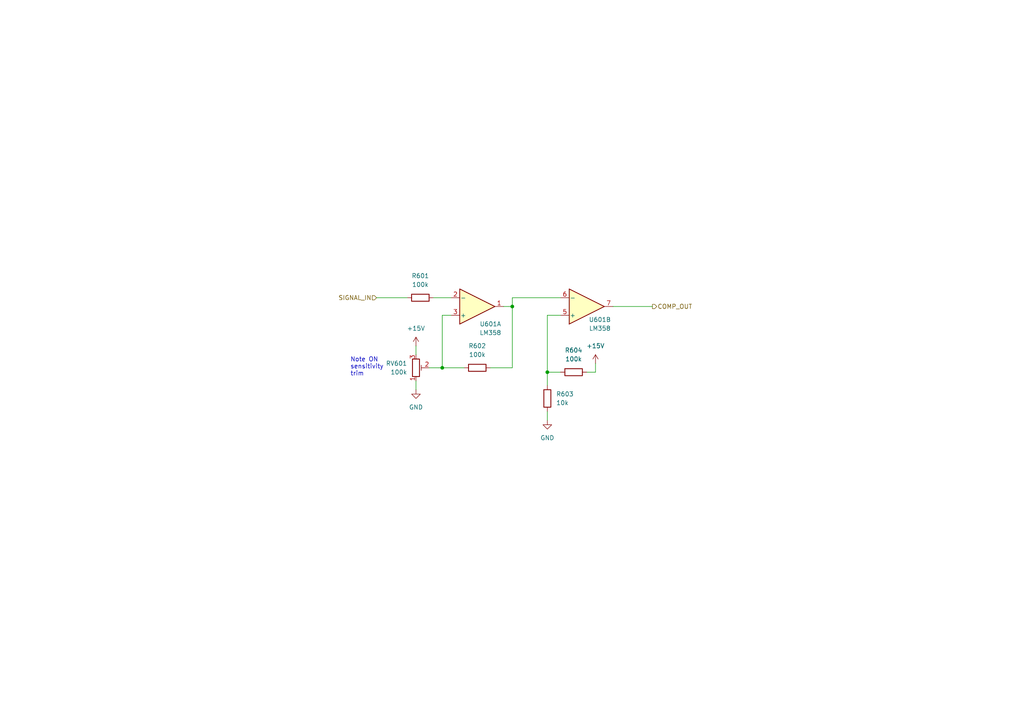
<source format=kicad_sch>
(kicad_sch (version 20211123) (generator eeschema)
  (paper "A4")
  (title_block (title "Josh Ox Ribbon Synth Ribbon board") (date "2022-06-17") (rev "0") (comment 1 "creativecommons.org/licences/by/4.0") (comment 2 "license: CC by 4.0") (comment 3 "Author: Jordan Aceto"))
  (lib_symbols
    (symbol "Amplifier_Operational:LM358" (pin_names (offset 0.127))
      (property "Reference" "U" (at 0 5.08 0))
      (property "Value" "LM358" (at 0 -5.08 0))
      (symbol "LM358_1_1"
        (polyline (pts (xy -5.08 5.08) (xy 5.08 0) (xy -5.08 -5.08) (xy -5.08 5.08)) (stroke (width 0.254)) (fill (type background)))
        (pin output line (at 7.62 0 180) (length 2.54) (name "~") (number "1"))
        (pin input line (at -7.62 -2.54 0) (length 2.54) (name "-") (number "2"))
        (pin input line (at -7.62 2.54 0) (length 2.54) (name "+") (number "3"))
      )
      (symbol "LM358_2_1"
        (polyline (pts (xy -5.08 5.08) (xy 5.08 0) (xy -5.08 -5.08) (xy -5.08 5.08)) (stroke (width 0.254)) (fill (type background)))
        (pin input line (at -7.62 2.54 0) (length 2.54) (name "+") (number "5"))
        (pin input line (at -7.62 -2.54 0) (length 2.54) (name "-") (number "6"))
        (pin output line (at 7.62 0 180) (length 2.54) (name "~") (number "7"))
      )
      (symbol "LM358_3_1"
        (pin power_in line (at -2.54 -7.62 90) (length 3.81) (name "V-") (number "4"))
        (pin power_in line (at -2.54 7.62 270) (length 3.81) (name "V+") (number "8"))
      )
    )
    (symbol "Device:R" (pin_numbers hide) (pin_names (offset 0))
      (property "Reference" "R" (at 2.032 0 90))
      (property "Value" "R" (at 0 0 90))
      (symbol "R_0_1"
        (rectangle (start -1.016 -2.54) (end 1.016 2.54) (stroke (width 0.254)))
      )
      (symbol "R_1_1"
        (pin passive line (at 0 3.81 270) (length 1.27) (name "~") (number "1"))
        (pin passive line (at 0 -3.81 90) (length 1.27) (name "~") (number "2"))
      )
    )
    (symbol "Device:R_Potentiometer_Trim" (pin_names (offset 1.016) hide)
      (property "Reference" "RV" (at -4.445 0 90))
      (property "Value" "R_Potentiometer_Trim" (at -2.54 0 90))
      (symbol "R_Potentiometer_Trim_0_1"
        (polyline (pts (xy 1.524 0.762) (xy 1.524 -0.762)))
        (polyline (pts (xy 2.54 0) (xy 1.524 0)))
        (rectangle (start 1.016 2.54) (end -1.016 -2.54) (stroke (width 0.254)))
      )
      (symbol "R_Potentiometer_Trim_1_1"
        (pin passive line (at 0 3.81 270) (length 1.27) (name "1") (number "1"))
        (pin passive line (at 3.81 0 180) (length 1.27) (name "2") (number "2"))
        (pin passive line (at 0 -3.81 90) (length 1.27) (name "3") (number "3"))
      )
    )
    (symbol "power:+15V" (power) (pin_names (offset 0))
      (property "Value" "+15V" (at 0 3.556 0))
      (symbol "+15V_0_1"
        (polyline (pts (xy -0.762 1.27) (xy 0 2.54)))
        (polyline (pts (xy 0 0) (xy 0 2.54)))
        (polyline (pts (xy 0 2.54) (xy 0.762 1.27)))
      )
      (symbol "+15V_1_1"
        (pin power_in line (at 0 0 90) (length 0) hide (name "+15V") (number "1"))
      )
    )
    (symbol "power:GND" (power) (pin_names (offset 0))
      (property "Value" "GND" (at 0 -3.81 0))
      (symbol "GND_0_1"
        (polyline (pts (xy 0 0) (xy 0 -1.27) (xy 1.27 -1.27) (xy 0 -2.54) (xy -1.27 -1.27) (xy 0 -1.27)))
      )
      (symbol "GND_1_1"
        (pin power_in line (at 0 0 270) (length 0) hide (name "GND") (number "1"))
      )
    )
  )
  (junction (at 148.59 88.9))
  (junction (at 158.75 107.95))
  (junction (at 128.27 106.68))
  (wire (pts (xy 148.59 86.36) (xy 162.56 86.36)))
  (wire (pts (xy 124.46 106.68) (xy 128.27 106.68)))
  (wire (pts (xy 148.59 106.68) (xy 148.59 88.9)))
  (wire (pts (xy 158.75 107.95) (xy 158.75 111.76)))
  (wire (pts (xy 128.27 106.68) (xy 128.27 91.44)))
  (wire (pts (xy 142.24 106.68) (xy 148.59 106.68)))
  (wire (pts (xy 170.18 107.95) (xy 172.72 107.95)))
  (wire (pts (xy 125.73 86.36) (xy 130.81 86.36)))
  (wire (pts (xy 120.65 100.33) (xy 120.65 102.87)))
  (wire (pts (xy 120.65 110.49) (xy 120.65 113.03)))
  (wire (pts (xy 158.75 119.38) (xy 158.75 121.92)))
  (wire (pts (xy 128.27 91.44) (xy 130.81 91.44)))
  (wire (pts (xy 158.75 91.44) (xy 162.56 91.44)))
  (wire (pts (xy 148.59 88.9) (xy 148.59 86.36)))
  (wire (pts (xy 162.56 107.95) (xy 158.75 107.95)))
  (wire (pts (xy 177.8 88.9) (xy 189.23 88.9)))
  (wire (pts (xy 134.62 106.68) (xy 128.27 106.68)))
  (wire (pts (xy 158.75 107.95) (xy 158.75 91.44)))
  (wire (pts (xy 148.59 88.9) (xy 146.05 88.9)))
  (wire (pts (xy 109.22 86.36) (xy 118.11 86.36)))
  (wire (pts (xy 172.72 105.41) (xy 172.72 107.95)))
  (text "Note ON\nsensitivity\ntrim" (at 101.6 109.22 0) (effects (font (size 1.27 1.27)) (justify left bottom)))
  (hierarchical_label "SIGNAL_IN" (shape input) (at 109.22 86.36 180))
  (hierarchical_label "COMP_OUT" (shape output) (at 189.23 88.9 0))
  (symbol (lib_id "Device:R") (at 121.92 86.36 90) (unit 1)
    (property "Reference" "R601" (at 121.92 80.01 90))
    (property "Value" "100k" (at 121.92 82.55 90))
    (property "Footprint" "Resistor_SMD:R_0805_2012Metric" (effects hide))
  )
  (symbol (lib_id "Device:R_Potentiometer_Trim") (at 120.65 106.68 0) (mirror x) (unit 1)
    (property "Reference" "RV601" (at 118.11 105.4099 0) (effects (justify right)))
    (property "Value" "100k" (at 118.11 107.9499 0) (effects (justify right)))
    (property "Footprint" "Potentiometer_THT:Potentiometer_Bourns_3296W_Vertical" (effects hide))
  )
  (symbol (lib_id "Amplifier_Operational:LM358") (at 170.18 88.9 0) (mirror x) (unit 2)
    (property "Reference" "U601" (at 173.99 92.71 0))
    (property "Value" "LM358" (at 173.99 95.25 0))
    (property "Footprint" "Package_SO:SOIC-8_3.9x4.9mm_P1.27mm" (effects hide))
    (property "Datasheet" "http://www.ti.com/lit/ds/symlink/lm2904-n.pdf" (effects hide))
  )
  (symbol (lib_id "Amplifier_Operational:LM358") (at 138.43 88.9 0) (mirror x) (unit 1)
    (property "Reference" "U601" (at 142.24 93.98 0))
    (property "Value" "LM358" (at 142.24 96.52 0))
    (property "Footprint" "Package_SO:SOIC-8_3.9x4.9mm_P1.27mm" (effects hide))
    (property "Datasheet" "http://www.ti.com/lit/ds/symlink/lm2904-n.pdf" (effects hide))
  )
  (symbol (lib_id "power:+15V") (at 172.72 105.41 0) (unit 1)
    (property "Reference" "#PWR0604" (effects hide))
    (property "Value" "+15V" (at 172.72 100.33 0))
  )
  (symbol (lib_id "power:GND") (at 120.65 113.03 0) (unit 1)
    (property "Reference" "#PWR0602" (effects hide))
    (property "Value" "GND" (at 120.65 118.11 0))
  )
  (symbol (lib_id "Device:R") (at 166.37 107.95 90) (unit 1)
    (property "Reference" "R604" (at 166.37 101.6 90))
    (property "Value" "100k" (at 166.37 104.14 90))
    (property "Footprint" "Resistor_SMD:R_0805_2012Metric" (effects hide))
  )
  (symbol (lib_id "Device:R") (at 138.43 106.68 90) (unit 1)
    (property "Reference" "R602" (at 138.43 100.33 90))
    (property "Value" "100k" (at 138.43 102.87 90))
    (property "Footprint" "Resistor_SMD:R_0805_2012Metric" (effects hide))
  )
  (symbol (lib_id "power:+15V") (at 120.65 100.33 0) (unit 1)
    (property "Reference" "#PWR0601" (effects hide))
    (property "Value" "+15V" (at 120.65 95.25 0))
  )
  (symbol (lib_id "Device:R") (at 158.75 115.57 180) (unit 1)
    (property "Reference" "R603" (at 161.29 114.2999 0) (effects (justify right)))
    (property "Value" "10k" (at 161.29 116.8399 0) (effects (justify right)))
    (property "Footprint" "Resistor_SMD:R_0805_2012Metric" (effects hide))
  )
  (symbol (lib_id "power:GND") (at 158.75 121.92 0) (unit 1)
    (property "Reference" "#PWR0603" (effects hide))
    (property "Value" "GND" (at 158.75 127 0))
  )
)
</source>
